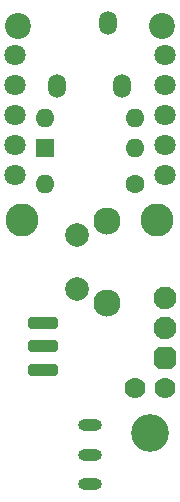
<source format=gts>
G04 #@! TF.GenerationSoftware,KiCad,Pcbnew,7.0.6*
G04 #@! TF.CreationDate,2023-09-07T09:30:42-03:00*
G04 #@! TF.ProjectId,Lift Switch,4c696674-2053-4776-9974-63682e6b6963,rev?*
G04 #@! TF.SameCoordinates,Original*
G04 #@! TF.FileFunction,Soldermask,Top*
G04 #@! TF.FilePolarity,Negative*
%FSLAX46Y46*%
G04 Gerber Fmt 4.6, Leading zero omitted, Abs format (unit mm)*
G04 Created by KiCad (PCBNEW 7.0.6) date 2023-09-07 09:30:42*
%MOMM*%
%LPD*%
G01*
G04 APERTURE LIST*
G04 Aperture macros list*
%AMRoundRect*
0 Rectangle with rounded corners*
0 $1 Rounding radius*
0 $2 $3 $4 $5 $6 $7 $8 $9 X,Y pos of 4 corners*
0 Add a 4 corners polygon primitive as box body*
4,1,4,$2,$3,$4,$5,$6,$7,$8,$9,$2,$3,0*
0 Add four circle primitives for the rounded corners*
1,1,$1+$1,$2,$3*
1,1,$1+$1,$4,$5*
1,1,$1+$1,$6,$7*
1,1,$1+$1,$8,$9*
0 Add four rect primitives between the rounded corners*
20,1,$1+$1,$2,$3,$4,$5,0*
20,1,$1+$1,$4,$5,$6,$7,0*
20,1,$1+$1,$6,$7,$8,$9,0*
20,1,$1+$1,$8,$9,$2,$3,0*%
%AMOutline5P*
0 Free polygon, 5 corners , with rotation*
0 The origin of the aperture is its center*
0 number of corners: always 5*
0 $1 to $10 corner X, Y*
0 $11 Rotation angle, in degrees counterclockwise*
0 create outline with 5 corners*
4,1,5,$1,$2,$3,$4,$5,$6,$7,$8,$9,$10,$1,$2,$11*%
%AMOutline6P*
0 Free polygon, 6 corners , with rotation*
0 The origin of the aperture is its center*
0 number of corners: always 6*
0 $1 to $12 corner X, Y*
0 $13 Rotation angle, in degrees counterclockwise*
0 create outline with 6 corners*
4,1,6,$1,$2,$3,$4,$5,$6,$7,$8,$9,$10,$11,$12,$1,$2,$13*%
%AMOutline7P*
0 Free polygon, 7 corners , with rotation*
0 The origin of the aperture is its center*
0 number of corners: always 7*
0 $1 to $14 corner X, Y*
0 $15 Rotation angle, in degrees counterclockwise*
0 create outline with 7 corners*
4,1,7,$1,$2,$3,$4,$5,$6,$7,$8,$9,$10,$11,$12,$13,$14,$1,$2,$15*%
%AMOutline8P*
0 Free polygon, 8 corners , with rotation*
0 The origin of the aperture is its center*
0 number of corners: always 8*
0 $1 to $16 corner X, Y*
0 $17 Rotation angle, in degrees counterclockwise*
0 create outline with 8 corners*
4,1,8,$1,$2,$3,$4,$5,$6,$7,$8,$9,$10,$11,$12,$13,$14,$15,$16,$1,$2,$17*%
G04 Aperture macros list end*
%ADD10C,1.930400*%
%ADD11Outline8P,-0.965200X0.482600X-0.482600X0.965200X0.482600X0.965200X0.965200X0.482600X0.965200X-0.482600X0.482600X-0.965200X-0.482600X-0.965200X-0.965200X-0.482600X270.000000*%
%ADD12C,1.778000*%
%ADD13C,3.200000*%
%ADD14C,2.200000*%
%ADD15C,1.800000*%
%ADD16C,2.800000*%
%ADD17RoundRect,0.250000X-1.000000X-0.250000X1.000000X-0.250000X1.000000X0.250000X-1.000000X0.250000X0*%
%ADD18C,1.600000*%
%ADD19O,1.600000X1.600000*%
%ADD20R,1.600000X1.600000*%
%ADD21O,2.000000X1.000000*%
%ADD22C,2.000000*%
%ADD23C,2.300000*%
%ADD24O,1.500000X2.000000*%
G04 APERTURE END LIST*
D10*
X140970000Y-105664000D03*
X140970000Y-108204000D03*
D11*
X140970000Y-110744000D03*
D12*
X140970000Y-113284000D03*
X138430000Y-113284000D03*
D13*
X139700000Y-117094000D03*
D14*
X128524000Y-82677000D03*
X140716000Y-82677000D03*
D15*
X128270000Y-85090000D03*
X128270000Y-87630000D03*
X128270000Y-90170000D03*
X128270000Y-92710000D03*
X128270000Y-95250000D03*
X140970000Y-95250000D03*
X140970000Y-92710000D03*
X140970000Y-90170000D03*
X140970000Y-87630000D03*
X140970000Y-85090000D03*
D16*
X140335000Y-99060000D03*
X128905000Y-99060000D03*
D17*
X130650000Y-107744000D03*
X130650000Y-111744000D03*
X130650000Y-109744000D03*
D18*
X138430000Y-96012000D03*
D19*
X130810000Y-96012000D03*
D20*
X130820000Y-92969000D03*
D19*
X130820000Y-90429000D03*
X138440000Y-90429000D03*
X138440000Y-92969000D03*
D21*
X134620000Y-118924000D03*
X134620000Y-121424000D03*
X134620000Y-116424000D03*
D22*
X133527000Y-104866000D03*
X133527000Y-100366000D03*
D23*
X136027000Y-99116000D03*
X136027000Y-106116000D03*
D24*
X131870000Y-87700000D03*
X136120000Y-82400000D03*
X137370000Y-87700000D03*
M02*

</source>
